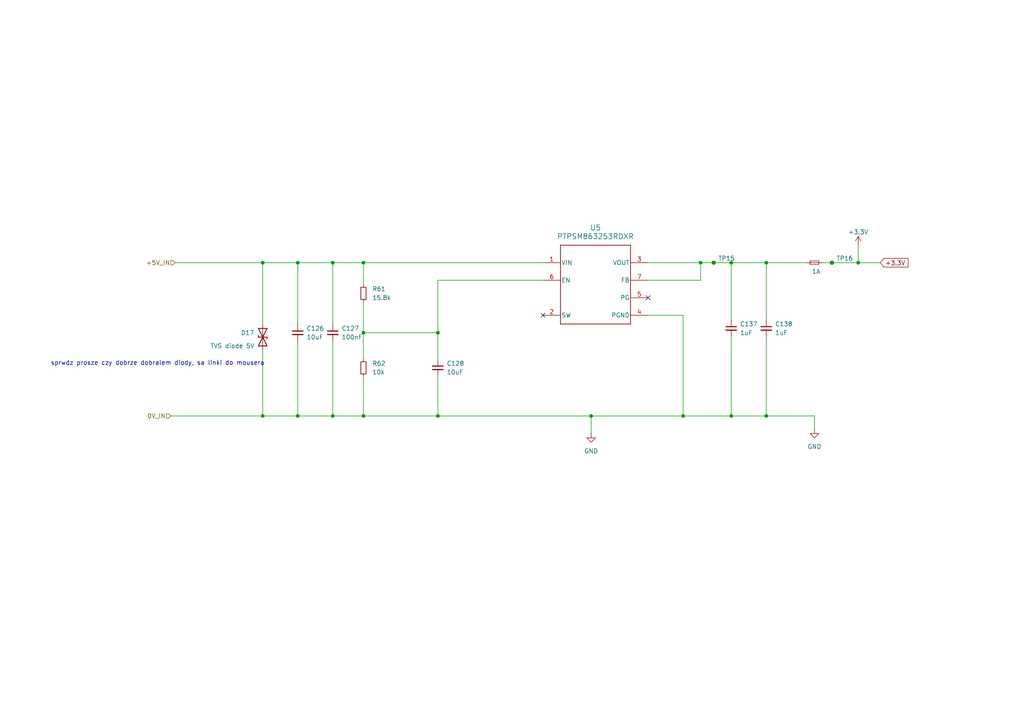
<source format=kicad_sch>
(kicad_sch (version 20250114) (generator "eeschema") (generator_version "9.0")
  (paper "A4")
  (lib_symbols
    (symbol "Connector:TestPoint_Small" (pin_numbers (hide yes)) (pin_names (offset 0.762) (hide yes))
      (property "Reference" "TP" (at 0 3.81 0))
      (property "Value" "TestPoint_Small" (at 0 2.032 0))
      (symbol "TestPoint_Small_0_1"
        (circle (center 0 0) (radius 0.508))
      )
      (symbol "TestPoint_Small_1_1"
        (pin passive line (at 0 0 90) (length 0) (name "1") (number "1"))
      )
    )
    (symbol "Device:C_Small" (pin_numbers (hide yes)) (pin_names (offset 0.254) (hide yes))
      (property "Reference" "C" (at 0.254 1.778 0))
      (property "Value" "C_Small" (at 0.254 -2.032 0))
      (symbol "C_Small_0_1"
        (polyline (pts (xy -1.524 0.508) (xy 1.524 0.508)) (stroke (width 0.3048)))
        (polyline (pts (xy -1.524 -0.508) (xy 1.524 -0.508)) (stroke (width 0.3302)))
      )
      (symbol "C_Small_1_1"
        (pin passive line (at 0 2.54 270) (length 2.032) (name "~") (number "1"))
        (pin passive line (at 0 -2.54 90) (length 2.032) (name "~") (number "2"))
      )
    )
    (symbol "Device:D_TVS" (pin_numbers (hide yes)) (pin_names (offset 1.016) (hide yes))
      (property "Reference" "D" (at 0 2.54 0))
      (property "Value" "D_TVS" (at 0 -2.54 0))
      (symbol "D_TVS_0_1"
        (polyline (pts (xy -2.54 1.27) (xy -2.54 -1.27) (xy 2.54 1.27) (xy 2.54 -1.27) (xy -2.54 1.27)) (stroke (width 0.254)))
        (polyline (pts (xy 0.508 1.27) (xy 0 1.27) (xy 0 -1.27) (xy -0.508 -1.27)) (stroke (width 0.254)))
        (polyline (pts (xy 1.27 0) (xy -1.27 0)))
      )
      (symbol "D_TVS_1_1"
        (pin passive line (at -3.81 0 0) (length 2.54) (name "A1") (number "1"))
        (pin passive line (at 3.81 0 180) (length 2.54) (name "A2") (number "2"))
      )
    )
    (symbol "Device:Fuse_Small" (pin_numbers (hide yes)) (pin_names (offset 0.254) (hide yes))
      (property "Reference" "F" (at 0 -1.524 0))
      (property "Value" "Fuse_Small" (at 0 1.524 0))
      (symbol "Fuse_Small_0_1"
        (rectangle (start -1.27 0.508) (end 1.27 -0.508))
        (polyline (pts (xy -1.27 0) (xy 1.27 0)))
      )
      (symbol "Fuse_Small_1_1"
        (pin passive line (at -2.54 0 0) (length 1.27) (name "~") (number "1"))
        (pin passive line (at 2.54 0 180) (length 1.27) (name "~") (number "2"))
      )
    )
    (symbol "Device:R_Small" (pin_numbers (hide yes)) (pin_names (offset 0.254) (hide yes))
      (property "Reference" "R" (at 0.762 0.508 0))
      (property "Value" "R_Small" (at 0.762 -1.016 0))
      (symbol "R_Small_0_1"
        (rectangle (start -0.762 1.778) (end 0.762 -1.778) (stroke (width 0.2032)))
      )
      (symbol "R_Small_1_1"
        (pin passive line (at 0 2.54 270) (length 0.762) (name "~") (number "1"))
        (pin passive line (at 0 -2.54 90) (length 0.762) (name "~") (number "2"))
      )
    )
    (symbol "RDX0007A-MFG:PTPSM863253RDXR" (pin_names (offset 0.254))
      (property "Reference" "U" (at 0 2.54 0))
      (property "Value" "PTPSM863253RDXR" (at 0 0 0))
      (symbol "PTPSM863253RDXR_0_1"
        (polyline (pts (xy 5.08 5.08) (xy 5.08 -17.78)) (stroke (width 0.2032)))
        (polyline (pts (xy 5.08 -17.78) (xy 25.4 -17.78)) (stroke (width 0.2032)))
        (polyline (pts (xy 25.4 5.08) (xy 5.08 5.08)) (stroke (width 0.2032)))
        (polyline (pts (xy 25.4 -17.78) (xy 25.4 5.08)) (stroke (width 0.2032)))
        (pin power_in line (at 0 0 0) (length 5.08) (name "VIN") (number "1"))
        (pin input line (at 0 -5.08 0) (length 5.08) (name "EN") (number "6"))
        (pin unspecified line (at 0 -15.24 0) (length 5.08) (name "SW") (number "2"))
        (pin power_in line (at 30.48 0 180) (length 5.08) (name "VOUT") (number "3"))
        (pin unspecified line (at 30.48 -5.08 180) (length 5.08) (name "FB") (number "7"))
        (pin open_collector line (at 30.48 -10.16 180) (length 5.08) (name "PG") (number "5"))
        (pin power_in line (at 30.48 -15.24 180) (length 5.08) (name "PGND") (number "4"))
      )
    )
    (symbol "power:+3.3V" (power) (pin_numbers (hide yes)) (pin_names (offset 0) (hide yes))
      (property "Value" "+3.3V" (at 0 3.556 0))
      (symbol "+3.3V_0_1"
        (polyline (pts (xy -0.762 1.27) (xy 0 2.54)))
        (polyline (pts (xy 0 2.54) (xy 0.762 1.27)))
        (polyline (pts (xy 0 0) (xy 0 2.54)))
      )
      (symbol "+3.3V_1_1"
        (pin power_in line (at 0 0 90) (length 0) (name "~") (number "1"))
      )
    )
    (symbol "power:GND" (power) (pin_numbers (hide yes)) (pin_names (offset 0) (hide yes))
      (property "Value" "GND" (at 0 -3.81 0))
      (symbol "GND_0_1"
        (polyline (pts (xy 0 0) (xy 0 -1.27) (xy 1.27 -1.27) (xy 0 -2.54) (xy -1.27 -1.27) (xy 0 -1.27)))
      )
      (symbol "GND_1_1"
        (pin power_in line (at 0 0 270) (length 0) (name "~") (number "1"))
      )
    )
  )
  (text "sprwdz prosze czy dobrze dobralem diody, sa linki do mousera" (at 45.72 105.41 0) (effects (font (size 1.27 1.27))))
  (junction (at 171.45 120.65))
  (junction (at 96.52 76.2))
  (junction (at 207.01 76.2))
  (junction (at 127 120.65))
  (junction (at 86.36 120.65))
  (junction (at 222.25 120.65))
  (junction (at 212.09 76.2))
  (junction (at 241.3 76.2))
  (junction (at 86.36 76.2))
  (junction (at 105.41 120.65))
  (junction (at 76.2 76.2))
  (junction (at 248.92 76.2))
  (junction (at 212.09 120.65))
  (junction (at 222.25 76.2))
  (junction (at 96.52 120.65))
  (junction (at 198.12 120.65))
  (junction (at 203.2 76.2))
  (junction (at 105.41 96.52))
  (junction (at 127 96.52))
  (junction (at 105.41 76.2))
  (junction (at 76.2 120.65))
  (no_connect (at 187.96 86.36))
  (no_connect (at 157.48 91.44))
  (wire (pts (xy 171.45 120.65) (xy 127 120.65)))
  (wire (pts (xy 248.92 71.12) (xy 248.92 76.2)))
  (wire (pts (xy 86.36 76.2) (xy 96.52 76.2)))
  (wire (pts (xy 203.2 76.2) (xy 187.96 76.2)))
  (wire (pts (xy 203.2 81.28) (xy 203.2 76.2)))
  (wire (pts (xy 76.2 76.2) (xy 86.36 76.2)))
  (wire (pts (xy 105.41 96.52) (xy 105.41 87.63)))
  (wire (pts (xy 212.09 97.79) (xy 212.09 120.65)))
  (wire (pts (xy 212.09 120.65) (xy 198.12 120.65)))
  (wire (pts (xy 212.09 76.2) (xy 207.01 76.2)))
  (wire (pts (xy 198.12 120.65) (xy 171.45 120.65)))
  (wire (pts (xy 238.76 76.2) (xy 241.3 76.2)))
  (wire (pts (xy 105.41 82.55) (xy 105.41 76.2)))
  (wire (pts (xy 157.48 76.2) (xy 105.41 76.2)))
  (wire (pts (xy 198.12 91.44) (xy 198.12 120.65)))
  (wire (pts (xy 207.01 76.2) (xy 203.2 76.2)))
  (wire (pts (xy 96.52 120.65) (xy 105.41 120.65)))
  (wire (pts (xy 222.25 92.71) (xy 222.25 76.2)))
  (wire (pts (xy 76.2 120.65) (xy 86.36 120.65)))
  (wire (pts (xy 241.3 76.2) (xy 248.92 76.2)))
  (wire (pts (xy 127 109.22) (xy 127 120.65)))
  (wire (pts (xy 50.8 76.2) (xy 76.2 76.2)))
  (wire (pts (xy 76.2 76.2) (xy 76.2 93.98)))
  (wire (pts (xy 127 96.52) (xy 105.41 96.52)))
  (wire (pts (xy 222.25 97.79) (xy 222.25 120.65)))
  (wire (pts (xy 96.52 93.98) (xy 96.52 76.2)))
  (wire (pts (xy 76.2 101.6) (xy 76.2 120.65)))
  (wire (pts (xy 222.25 120.65) (xy 236.22 120.65)))
  (wire (pts (xy 212.09 120.65) (xy 222.25 120.65)))
  (wire (pts (xy 187.96 91.44) (xy 198.12 91.44)))
  (wire (pts (xy 127 104.14) (xy 127 96.52)))
  (wire (pts (xy 86.36 120.65) (xy 96.52 120.65)))
  (wire (pts (xy 105.41 109.22) (xy 105.41 120.65)))
  (wire (pts (xy 86.36 99.06) (xy 86.36 120.65)))
  (wire (pts (xy 49.53 120.65) (xy 76.2 120.65)))
  (wire (pts (xy 212.09 76.2) (xy 212.09 92.71)))
  (wire (pts (xy 96.52 76.2) (xy 105.41 76.2)))
  (wire (pts (xy 187.96 81.28) (xy 203.2 81.28)))
  (wire (pts (xy 171.45 120.65) (xy 171.45 125.73)))
  (wire (pts (xy 222.25 76.2) (xy 233.68 76.2)))
  (wire (pts (xy 236.22 124.46) (xy 236.22 120.65)))
  (wire (pts (xy 127 81.28) (xy 127 96.52)))
  (wire (pts (xy 105.41 96.52) (xy 105.41 104.14)))
  (wire (pts (xy 212.09 76.2) (xy 222.25 76.2)))
  (wire (pts (xy 86.36 76.2) (xy 86.36 93.98)))
  (wire (pts (xy 127 120.65) (xy 105.41 120.65)))
  (wire (pts (xy 157.48 81.28) (xy 127 81.28)))
  (wire (pts (xy 96.52 99.06) (xy 96.52 120.65)))
  (wire (pts (xy 248.92 76.2) (xy 255.27 76.2)))
  (global_label "+3.3V" (shape input) (at 255.27 76.2 0) (property "Intersheetrefs" "${INTERSHEET_REFS}" (effects (hide yes))))
  (hierarchical_label "0V_IN" (shape input) (at 49.53 120.65 180))
  (hierarchical_label "+5V_IN" (shape input) (at 50.8 76.2 180))
  (symbol (lib_id "Device:C_Small") (at 222.25 95.25 0) (unit 1)
    (property "Reference" "C138" (at 224.79 93.9862 0) (effects (justify left)))
    (property "Value" "1uF" (at 224.79 96.5262 0) (effects (justify left)))
    (property "Footprint" "Capacitor_SMD:C_0603_1608Metric_Pad1.08x0.95mm_HandSolder" (effects (hide yes)))
    (property "Datasheet" "https://www.mouser.pl/ProductDetail/TAIYO-YUDEN/EMK107B7105MA8T?qs=sGAEpiMZZMsh%252B1woXyUXj30ZYomYlxpXD%252BuSrqeE39U%3D" (effects (hide yes)))
    (property "Description" "Unpolarized capacitor, small symbol" (effects (hide yes)))
  )
  (symbol (lib_id "Device:R_Small") (at 105.41 85.09 0) (unit 1)
    (property "Reference" "R61" (at 107.95 83.8199 0) (effects (justify left)))
    (property "Value" "15.8k" (at 107.95 86.3599 0) (effects (justify left)))
    (property "Footprint" "Resistor_SMD:R_0603_1608Metric_Pad0.98x0.95mm_HandSolder" (effects (hide yes)))
    (property "Datasheet" "https://www.mouser.pl/ProductDetail/Panasonic/ERA-2AEB1582X?qs=sGAEpiMZZMvdGkrng054t4QdAY%2FQ0LweEINZ0WKFAnc%3D" (effects (hide yes)))
    (property "Description" "Resistor, small symbol" (effects (hide yes)))
    (property "Field5" "15.8k 63mW" (effects (hide yes)))
  )
  (symbol (lib_id "Device:C_Small") (at 127 106.68 0) (unit 1)
    (property "Reference" "C128" (at 129.54 105.4162 0) (effects (justify left)))
    (property "Value" "10uF" (at 129.54 107.9562 0) (effects (justify left)))
    (property "Footprint" "Capacitor_SMD:C_0603_1608Metric_Pad1.08x0.95mm_HandSolder" (effects (hide yes)))
    (property "Datasheet" "https://www.mouser.pl/ProductDetail/TDK/C1608X5R1A226M080AC?qs=dfay7wIA1uED3Fb1o4f9Dg%3D%3D" (effects (hide yes)))
    (property "Description" "Unpolarized capacitor, small symbol" (effects (hide yes)))
    (property "Field5" "10uF 3mOhm" (effects (hide yes)))
  )
  (symbol (lib_id "Device:C_Small") (at 86.36 96.52 0) (unit 1)
    (property "Reference" "C126" (at 88.9 95.2562 0) (effects (justify left)))
    (property "Value" "10uF" (at 88.9 97.7962 0) (effects (justify left)))
    (property "Footprint" "Capacitor_SMD:C_0603_1608Metric_Pad1.08x0.95mm_HandSolder" (effects (hide yes)))
    (property "Datasheet" "https://www.mouser.pl/ProductDetail/TDK/C1608X5R1A226M080AC?qs=dfay7wIA1uED3Fb1o4f9Dg%3D%3D" (effects (hide yes)))
    (property "Description" "Unpolarized capacitor, small symbol" (effects (hide yes)))
    (property "Field5" "10uF 3mOhm" (effects (hide yes)))
  )
  (symbol (lib_id "Device:D_TVS") (at 76.2 97.79 90) (unit 1)
    (property "Reference" "D17" (at 69.85 96.52 90) (effects (justify right)))
    (property "Value" "TVS diode 5V" (at 60.96 100.33 90) (effects (justify right)))
    (property "Footprint" "Diode_SMD:D_SOD-323_HandSoldering" (effects (hide yes)))
    (property "Datasheet" "https://www.mouser.pl/ProductDetail/Diodes-Incorporated/DESD5V0S1BA-7?qs=gfe7vQ8txpXrk1QS3hcaIA%3D%3D" (effects (hide yes)))
    (property "Description" "Bidirectional transient-voltage-suppression diode" (effects (hide yes)))
  )
  (symbol (lib_id "RDX0007A-MFG:PTPSM863253RDXR") (at 157.48 76.2 0) (unit 1)
    (property "Reference" "U5" (at 172.72 66.04 0) (effects (font (size 1.524 1.524))))
    (property "Value" "PTPSM863253RDXR" (at 172.72 68.58 0) (effects (font (size 1.524 1.524))))
    (property "Footprint" "footrpint:RDX0007A-MFG_NOVIA" (effects (hide yes)))
    (property "Datasheet" "https://www.mouser.fi/ProductDetail/Texas-Instruments/TPSM863253RDXR?qs=dbcCsuKDzFVdFTfaJMWCkQ%3D%3D" (effects (hide yes)))
  )
  (symbol (lib_id "power:+3.3V") (at 248.92 71.12 0) (unit 1)
    (property "Reference" "#PWR01" (effects (hide yes)))
    (property "Value" "+3.3V" (at 248.92 67.31 0))
  )
  (symbol (lib_id "Device:R_Small") (at 105.41 106.68 0) (unit 1)
    (property "Reference" "R62" (at 107.95 105.4099 0) (effects (justify left)))
    (property "Value" "10k" (at 107.95 107.9499 0) (effects (justify left)))
    (property "Footprint" "Resistor_SMD:R_0603_1608Metric_Pad0.98x0.95mm_HandSolder" (effects (hide yes)))
    (property "Datasheet" "https://www.mouser.pl/ProductDetail/Vishay-Dale/CRCW060310K0FKEI?qs=sGAEpiMZZMvdGkrng054t8tsKUCh5%2FbYoR58PzIQdJA%3D" (effects (hide yes)))
    (property "Description" "Resistor, small symbol" (effects (hide yes)))
    (property "Field5" "10k 63mW" (effects (hide yes)))
  )
  (symbol (lib_id "power:GND") (at 236.22 124.46 0) (unit 1)
    (property "Reference" "#PWR0131" (effects (hide yes)))
    (property "Value" "GND" (at 236.22 129.54 0))
    (property "Description" "Power symbol creates a global label with name \"GND\" , ground" (effects (hide yes)))
  )
  (symbol (lib_id "power:GND") (at 171.45 125.73 0) (unit 1)
    (property "Reference" "#PWR0130" (effects (hide yes)))
    (property "Value" "GND" (at 171.45 130.81 0))
    (property "Description" "Power symbol creates a global label with name \"GND\" , ground" (effects (hide yes)))
  )
  (symbol (lib_id "Connector:TestPoint_Small") (at 241.3 76.2 0) (unit 1)
    (property "Reference" "TP16" (at 242.57 74.9299 0) (effects (justify left)))
    (property "Value" "TestPoint_Small" (effects (hide yes)))
    (property "Footprint" "TestPoint:TestPoint_Pad_D1.0mm" (effects (hide yes)))
    (property "Description" "test point" (effects (hide yes)))
  )
  (symbol (lib_id "Connector:TestPoint_Small") (at 207.01 76.2 0) (unit 1)
    (property "Reference" "TP15" (at 208.28 74.9299 0) (effects (justify left)))
    (property "Value" "TestPoint_Small" (effects (hide yes)))
    (property "Footprint" "TestPoint:TestPoint_Pad_D1.0mm" (effects (hide yes)))
    (property "Description" "test point" (effects (hide yes)))
  )
  (symbol (lib_id "Device:Fuse_Small") (at 236.22 76.2 0) (unit 1)
    (property "Reference" "F5" (effects (hide yes)))
    (property "Value" "1A" (at 236.728 78.74 0))
    (property "Footprint" "Fuse:Fuse_0603_1608Metric_Pad1.05x0.95mm_HandSolder" (effects (hide yes)))
    (property "Datasheet" "https://www.mouser.pl/ProductDetail/Bourns/SF-0603F100-2?qs=sGAEpiMZZMsIz3CjQ1xegdp54%252BzS9Epn%252B5yJC0KdyEI%3D" (effects (hide yes)))
    (property "Description" "Fuse, small symbol" (effects (hide yes)))
  )
  (symbol (lib_id "Device:C_Small") (at 212.09 95.25 0) (unit 1)
    (property "Reference" "C137" (at 214.63 93.9862 0) (effects (justify left)))
    (property "Value" "1uF" (at 214.63 96.5262 0) (effects (justify left)))
    (property "Footprint" "Capacitor_SMD:C_0603_1608Metric_Pad1.08x0.95mm_HandSolder" (effects (hide yes)))
    (property "Datasheet" "https://www.mouser.pl/ProductDetail/TAIYO-YUDEN/EMK107B7105MA8T?qs=sGAEpiMZZMsh%252B1woXyUXj30ZYomYlxpXD%252BuSrqeE39U%3D" (effects (hide yes)))
    (property "Description" "Unpolarized capacitor, small symbol" (effects (hide yes)))
  )
  (symbol (lib_id "Device:C_Small") (at 96.52 96.52 0) (unit 1)
    (property "Reference" "C127" (at 99.06 95.2562 0) (effects (justify left)))
    (property "Value" "100nF" (at 99.06 97.7962 0) (effects (justify left)))
    (property "Footprint" "Capacitor_SMD:C_0603_1608Metric_Pad1.08x0.95mm_HandSolder" (effects (hide yes)))
    (property "Datasheet" "https://www.mouser.pl/ProductDetail/TAIYO-YUDEN/MAJCU168BB7104KTEA01?qs=ZcfC38r4PovJ4zMRJqa98Q%3D%3D" (effects (hide yes)))
    (property "Description" "Unpolarized capacitor, small symbol" (effects (hide yes)))
    (property "Field5" "100nF 280mOhm" (effects (hide yes)))
  )
)
</source>
